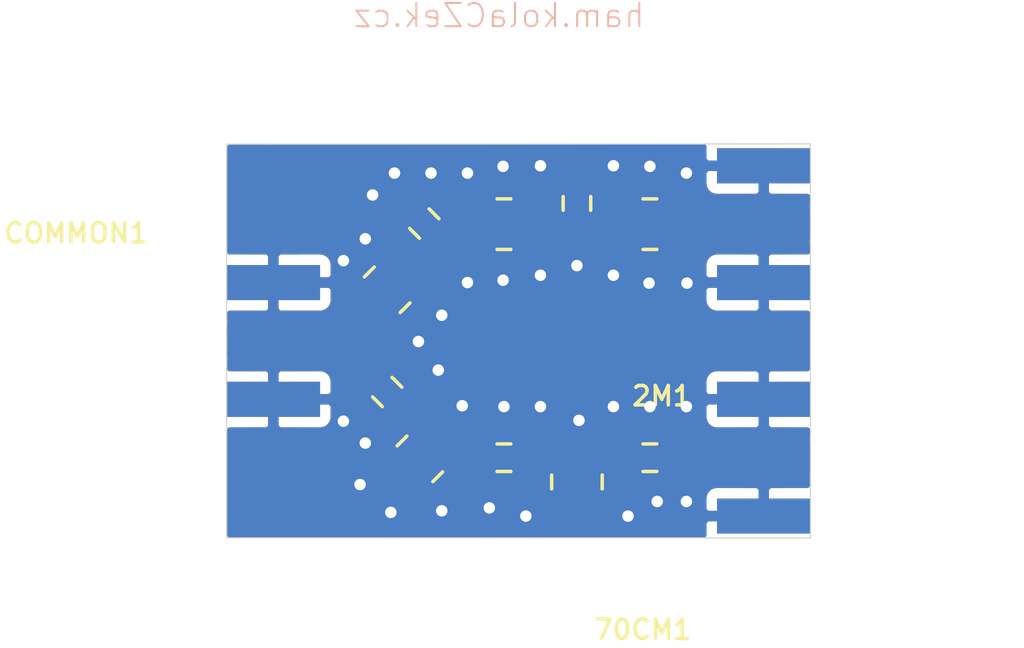
<source format=kicad_pcb>
(kicad_pcb (version 20171130) (host pcbnew 5.1.4+dfsg1-1)

  (general
    (thickness 1.6)
    (drawings 5)
    (tracks 77)
    (zones 0)
    (modules 13)
    (nets 9)
  )

  (page A4)
  (layers
    (0 Top signal)
    (31 Bottom signal)
    (32 B.Adhes user)
    (33 F.Adhes user)
    (34 B.Paste user)
    (35 F.Paste user)
    (36 B.SilkS user)
    (37 F.SilkS user)
    (38 B.Mask user)
    (39 F.Mask user)
    (40 Dwgs.User user)
    (41 Cmts.User user)
    (42 Eco1.User user)
    (43 Eco2.User user)
    (44 Edge.Cuts user)
    (45 Margin user)
    (46 B.CrtYd user)
    (47 F.CrtYd user)
    (48 B.Fab user)
    (49 F.Fab user)
  )

  (setup
    (last_trace_width 0.25)
    (trace_clearance 0.2)
    (zone_clearance 0.508)
    (zone_45_only no)
    (trace_min 0.2)
    (via_size 0.8)
    (via_drill 0.4)
    (via_min_size 0.4)
    (via_min_drill 0.3)
    (uvia_size 0.3)
    (uvia_drill 0.1)
    (uvias_allowed no)
    (uvia_min_size 0.2)
    (uvia_min_drill 0.1)
    (edge_width 0.05)
    (segment_width 0.2)
    (pcb_text_width 0.3)
    (pcb_text_size 1.5 1.5)
    (mod_edge_width 0.12)
    (mod_text_size 1 1)
    (mod_text_width 0.15)
    (pad_size 1.524 1.524)
    (pad_drill 0.762)
    (pad_to_mask_clearance 0.051)
    (solder_mask_min_width 0.25)
    (aux_axis_origin 0 0)
    (visible_elements FFFFFF7F)
    (pcbplotparams
      (layerselection 0x010fc_ffffffff)
      (usegerberextensions false)
      (usegerberattributes false)
      (usegerberadvancedattributes false)
      (creategerberjobfile false)
      (excludeedgelayer true)
      (linewidth 0.100000)
      (plotframeref false)
      (viasonmask false)
      (mode 1)
      (useauxorigin false)
      (hpglpennumber 1)
      (hpglpenspeed 20)
      (hpglpendiameter 15.000000)
      (psnegative false)
      (psa4output false)
      (plotreference true)
      (plotvalue true)
      (plotinvisibletext false)
      (padsonsilk false)
      (subtractmaskfromsilk false)
      (outputformat 1)
      (mirror false)
      (drillshape 1)
      (scaleselection 1)
      (outputdirectory ""))
  )

  (net 0 "")
  (net 1 GND)
  (net 2 "Net-(C8-PadP$2)")
  (net 3 "Net-(C6-PadP$2)")
  (net 4 "Net-(C7-PadP$2)")
  (net 5 "Net-(C8-PadP$1)")
  (net 6 "Net-(C10-PadP$2)")
  (net 7 "Net-(2M1-PadP)")
  (net 8 "Net-(70CM1-PadP)")

  (net_class Default "This is the default net class."
    (clearance 0.2)
    (trace_width 0.25)
    (via_dia 0.8)
    (via_drill 0.4)
    (uvia_dia 0.3)
    (uvia_drill 0.1)
    (add_net GND)
    (add_net "Net-(2M1-PadP)")
    (add_net "Net-(70CM1-PadP)")
    (add_net "Net-(C10-PadP$2)")
    (add_net "Net-(C6-PadP$2)")
    (add_net "Net-(C7-PadP$2)")
    (add_net "Net-(C8-PadP$1)")
    (add_net "Net-(C8-PadP$2)")
  )

  (module 2m_70cm_diplexer:SMA_EDGELAUNCH (layer Top) (tedit 0) (tstamp 5E748852)
    (at 135.8011 105.0036)
    (path /18F8C31C)
    (fp_text reference COMMON1 (at -3.3401 -5.1816) (layer F.SilkS)
      (effects (font (size 0.84455 0.84455) (thickness 0.152019)) (justify right top))
    )
    (fp_text value SMACONNECTOR_EDGE (at 0 0) (layer F.SilkS) hide
      (effects (font (size 0.77216 0.77216) (thickness 0.077216)))
    )
    (fp_poly (pts (xy -1.524 -5.08) (xy 0 -5.08) (xy 0 5.08) (xy -1.524 5.08)) (layer F.Fab) (width 0))
    (fp_poly (pts (xy -1.524 -3.048) (xy 3.81 -3.048) (xy 3.81 -2.032) (xy 0 -2.032)
      (xy 0 2.032) (xy 3.81 2.032) (xy 3.81 3.048) (xy -1.524 3.048)) (layer F.Fab) (width 0))
    (fp_poly (pts (xy 0 0.3175) (xy 3.175 0.3175) (xy 3.175 -0.3175) (xy 0 -0.3175)) (layer F.Fab) (width 0))
    (fp_line (start -4.445 -3.175) (end -3.81 3.175) (layer F.Fab) (width 0.2032))
    (fp_line (start -5.08 -3.175) (end -4.445 3.175) (layer F.Fab) (width 0.2032))
    (fp_line (start -5.715 -3.175) (end -5.08 3.175) (layer F.Fab) (width 0.2032))
    (fp_line (start -6.35 -3.175) (end -5.715 3.175) (layer F.Fab) (width 0.2032))
    (fp_line (start -6.985 -3.175) (end -6.35 3.175) (layer F.Fab) (width 0.2032))
    (fp_line (start -7.62 -3.175) (end -6.985 3.175) (layer F.Fab) (width 0.2032))
    (fp_line (start -8.255 -3.175) (end -7.62 3.175) (layer F.Fab) (width 0.2032))
    (fp_line (start -8.255 -2.54) (end -8.255 2.54) (layer F.Fab) (width 0.2032))
    (fp_line (start -9.2075 2.54) (end -9.2075 -2.54) (layer F.Fab) (width 0.2032))
    (fp_line (start -8.255 2.54) (end -9.2075 2.54) (layer F.Fab) (width 0.2032))
    (fp_line (start -8.255 3.175) (end -8.255 2.54) (layer F.Fab) (width 0.2032))
    (fp_line (start -7.62 3.175) (end -8.255 3.175) (layer F.Fab) (width 0.2032))
    (fp_line (start -6.985 3.175) (end -7.62 3.175) (layer F.Fab) (width 0.2032))
    (fp_line (start -6.35 3.175) (end -6.985 3.175) (layer F.Fab) (width 0.2032))
    (fp_line (start -5.715 3.175) (end -6.35 3.175) (layer F.Fab) (width 0.2032))
    (fp_line (start -5.08 3.175) (end -5.715 3.175) (layer F.Fab) (width 0.2032))
    (fp_line (start -4.445 3.175) (end -5.08 3.175) (layer F.Fab) (width 0.2032))
    (fp_line (start -3.4925 3.175) (end -4.445 3.175) (layer F.Fab) (width 0.2032))
    (fp_line (start -3.4925 2.54) (end -3.4925 3.175) (layer F.Fab) (width 0.2032))
    (fp_line (start -1.5875 2.54) (end -3.4925 2.54) (layer F.Fab) (width 0.2032))
    (fp_line (start -1.5875 -2.54) (end -1.5875 2.54) (layer F.Fab) (width 0.2032))
    (fp_line (start -3.4925 -2.54) (end -1.5875 -2.54) (layer F.Fab) (width 0.2032))
    (fp_line (start -3.4925 -3.175) (end -3.4925 -2.54) (layer F.Fab) (width 0.2032))
    (fp_line (start -4.445 -3.175) (end -3.4925 -3.175) (layer F.Fab) (width 0.2032))
    (fp_line (start -5.08 -3.175) (end -4.445 -3.175) (layer F.Fab) (width 0.2032))
    (fp_line (start -5.715 -3.175) (end -5.08 -3.175) (layer F.Fab) (width 0.2032))
    (fp_line (start -6.35 -3.175) (end -5.715 -3.175) (layer F.Fab) (width 0.2032))
    (fp_line (start -6.985 -3.175) (end -6.35 -3.175) (layer F.Fab) (width 0.2032))
    (fp_line (start -7.62 -3.175) (end -6.985 -3.175) (layer F.Fab) (width 0.2032))
    (fp_line (start -8.255 -3.175) (end -7.62 -3.175) (layer F.Fab) (width 0.2032))
    (fp_line (start -8.255 -2.54) (end -8.255 -3.175) (layer F.Fab) (width 0.2032))
    (fp_line (start -9.2075 -2.54) (end -8.255 -2.54) (layer F.Fab) (width 0.2032))
    (pad GND@4 smd rect (at 2.032 2.54 90) (size 1.524 4.064) (layers Bottom B.Mask)
      (net 1 GND) (solder_mask_margin 0.1016))
    (pad GND@3 smd rect (at 2.032 -2.54 90) (size 1.524 4.064) (layers Bottom B.Mask)
      (net 1 GND) (solder_mask_margin 0.1016))
    (pad P smd rect (at 2.032 0 90) (size 1.27 4.064) (layers Top F.Mask)
      (net 2 "Net-(C8-PadP$2)") (solder_mask_margin 0.1016) (zone_connect 2))
    (pad GND@1 smd rect (at 2.032 2.54 90) (size 1.524 4.064) (layers Top F.Mask)
      (net 1 GND) (solder_mask_margin 0.1016))
    (pad GND@2 smd rect (at 2.032 -2.54 90) (size 1.524 4.064) (layers Top F.Mask)
      (net 1 GND) (solder_mask_margin 0.1016))
  )

  (module 2m_70cm_diplexer:SMA_EDGELAUNCH (layer Top) (tedit 0) (tstamp 5E74887D)
    (at 161.2011 99.9236 180)
    (path /1C800335)
    (fp_text reference 2M1 (at 5.08 -6.985) (layer F.SilkS)
      (effects (font (size 0.84455 0.84455) (thickness 0.152019)) (justify right top))
    )
    (fp_text value SMACONNECTOR_EDGE (at 0 0) (layer F.SilkS) hide
      (effects (font (size 0.77216 0.77216) (thickness 0.077216)))
    )
    (fp_poly (pts (xy -1.524 -5.08) (xy 0 -5.08) (xy 0 5.08) (xy -1.524 5.08)) (layer F.Fab) (width 0))
    (fp_poly (pts (xy -1.524 -3.048) (xy 3.81 -3.048) (xy 3.81 -2.032) (xy 0 -2.032)
      (xy 0 2.032) (xy 3.81 2.032) (xy 3.81 3.048) (xy -1.524 3.048)) (layer F.Fab) (width 0))
    (fp_poly (pts (xy 0 0.3175) (xy 3.175 0.3175) (xy 3.175 -0.3175) (xy 0 -0.3175)) (layer F.Fab) (width 0))
    (fp_line (start -4.445 -3.175) (end -3.81 3.175) (layer F.Fab) (width 0.2032))
    (fp_line (start -5.08 -3.175) (end -4.445 3.175) (layer F.Fab) (width 0.2032))
    (fp_line (start -5.715 -3.175) (end -5.08 3.175) (layer F.Fab) (width 0.2032))
    (fp_line (start -6.35 -3.175) (end -5.715 3.175) (layer F.Fab) (width 0.2032))
    (fp_line (start -6.985 -3.175) (end -6.35 3.175) (layer F.Fab) (width 0.2032))
    (fp_line (start -7.62 -3.175) (end -6.985 3.175) (layer F.Fab) (width 0.2032))
    (fp_line (start -8.255 -3.175) (end -7.62 3.175) (layer F.Fab) (width 0.2032))
    (fp_line (start -8.255 -2.54) (end -8.255 2.54) (layer F.Fab) (width 0.2032))
    (fp_line (start -9.2075 2.54) (end -9.2075 -2.54) (layer F.Fab) (width 0.2032))
    (fp_line (start -8.255 2.54) (end -9.2075 2.54) (layer F.Fab) (width 0.2032))
    (fp_line (start -8.255 3.175) (end -8.255 2.54) (layer F.Fab) (width 0.2032))
    (fp_line (start -7.62 3.175) (end -8.255 3.175) (layer F.Fab) (width 0.2032))
    (fp_line (start -6.985 3.175) (end -7.62 3.175) (layer F.Fab) (width 0.2032))
    (fp_line (start -6.35 3.175) (end -6.985 3.175) (layer F.Fab) (width 0.2032))
    (fp_line (start -5.715 3.175) (end -6.35 3.175) (layer F.Fab) (width 0.2032))
    (fp_line (start -5.08 3.175) (end -5.715 3.175) (layer F.Fab) (width 0.2032))
    (fp_line (start -4.445 3.175) (end -5.08 3.175) (layer F.Fab) (width 0.2032))
    (fp_line (start -3.4925 3.175) (end -4.445 3.175) (layer F.Fab) (width 0.2032))
    (fp_line (start -3.4925 2.54) (end -3.4925 3.175) (layer F.Fab) (width 0.2032))
    (fp_line (start -1.5875 2.54) (end -3.4925 2.54) (layer F.Fab) (width 0.2032))
    (fp_line (start -1.5875 -2.54) (end -1.5875 2.54) (layer F.Fab) (width 0.2032))
    (fp_line (start -3.4925 -2.54) (end -1.5875 -2.54) (layer F.Fab) (width 0.2032))
    (fp_line (start -3.4925 -3.175) (end -3.4925 -2.54) (layer F.Fab) (width 0.2032))
    (fp_line (start -4.445 -3.175) (end -3.4925 -3.175) (layer F.Fab) (width 0.2032))
    (fp_line (start -5.08 -3.175) (end -4.445 -3.175) (layer F.Fab) (width 0.2032))
    (fp_line (start -5.715 -3.175) (end -5.08 -3.175) (layer F.Fab) (width 0.2032))
    (fp_line (start -6.35 -3.175) (end -5.715 -3.175) (layer F.Fab) (width 0.2032))
    (fp_line (start -6.985 -3.175) (end -6.35 -3.175) (layer F.Fab) (width 0.2032))
    (fp_line (start -7.62 -3.175) (end -6.985 -3.175) (layer F.Fab) (width 0.2032))
    (fp_line (start -8.255 -3.175) (end -7.62 -3.175) (layer F.Fab) (width 0.2032))
    (fp_line (start -8.255 -2.54) (end -8.255 -3.175) (layer F.Fab) (width 0.2032))
    (fp_line (start -9.2075 -2.54) (end -8.255 -2.54) (layer F.Fab) (width 0.2032))
    (pad GND@4 smd rect (at 2.032 2.54 270) (size 1.524 4.064) (layers Bottom B.Mask)
      (net 1 GND) (solder_mask_margin 0.1016))
    (pad GND@3 smd rect (at 2.032 -2.54 270) (size 1.524 4.064) (layers Bottom B.Mask)
      (net 1 GND) (solder_mask_margin 0.1016))
    (pad P smd rect (at 2.032 0 270) (size 1.27 4.064) (layers Top F.Mask)
      (net 7 "Net-(2M1-PadP)") (solder_mask_margin 0.1016) (zone_connect 2))
    (pad GND@1 smd rect (at 2.032 2.54 270) (size 1.524 4.064) (layers Top F.Mask)
      (net 1 GND) (solder_mask_margin 0.1016))
    (pad GND@2 smd rect (at 2.032 -2.54 270) (size 1.524 4.064) (layers Top F.Mask)
      (net 1 GND) (solder_mask_margin 0.1016))
  )

  (module 2m_70cm_diplexer:SMA_EDGELAUNCH (layer Top) (tedit 0) (tstamp 5E7488A8)
    (at 161.2011 110.0836 180)
    (path /13D9BB3F)
    (fp_text reference 70CM1 (at 5.08 -6.985) (layer F.SilkS)
      (effects (font (size 0.84455 0.84455) (thickness 0.152019)) (justify right top))
    )
    (fp_text value SMACONNECTOR_EDGE (at 0 0) (layer F.SilkS) hide
      (effects (font (size 0.77216 0.77216) (thickness 0.077216)))
    )
    (fp_poly (pts (xy -1.524 -5.08) (xy 0 -5.08) (xy 0 5.08) (xy -1.524 5.08)) (layer F.Fab) (width 0))
    (fp_poly (pts (xy -1.524 -3.048) (xy 3.81 -3.048) (xy 3.81 -2.032) (xy 0 -2.032)
      (xy 0 2.032) (xy 3.81 2.032) (xy 3.81 3.048) (xy -1.524 3.048)) (layer F.Fab) (width 0))
    (fp_poly (pts (xy 0 0.3175) (xy 3.175 0.3175) (xy 3.175 -0.3175) (xy 0 -0.3175)) (layer F.Fab) (width 0))
    (fp_line (start -4.445 -3.175) (end -3.81 3.175) (layer F.Fab) (width 0.2032))
    (fp_line (start -5.08 -3.175) (end -4.445 3.175) (layer F.Fab) (width 0.2032))
    (fp_line (start -5.715 -3.175) (end -5.08 3.175) (layer F.Fab) (width 0.2032))
    (fp_line (start -6.35 -3.175) (end -5.715 3.175) (layer F.Fab) (width 0.2032))
    (fp_line (start -6.985 -3.175) (end -6.35 3.175) (layer F.Fab) (width 0.2032))
    (fp_line (start -7.62 -3.175) (end -6.985 3.175) (layer F.Fab) (width 0.2032))
    (fp_line (start -8.255 -3.175) (end -7.62 3.175) (layer F.Fab) (width 0.2032))
    (fp_line (start -8.255 -2.54) (end -8.255 2.54) (layer F.Fab) (width 0.2032))
    (fp_line (start -9.2075 2.54) (end -9.2075 -2.54) (layer F.Fab) (width 0.2032))
    (fp_line (start -8.255 2.54) (end -9.2075 2.54) (layer F.Fab) (width 0.2032))
    (fp_line (start -8.255 3.175) (end -8.255 2.54) (layer F.Fab) (width 0.2032))
    (fp_line (start -7.62 3.175) (end -8.255 3.175) (layer F.Fab) (width 0.2032))
    (fp_line (start -6.985 3.175) (end -7.62 3.175) (layer F.Fab) (width 0.2032))
    (fp_line (start -6.35 3.175) (end -6.985 3.175) (layer F.Fab) (width 0.2032))
    (fp_line (start -5.715 3.175) (end -6.35 3.175) (layer F.Fab) (width 0.2032))
    (fp_line (start -5.08 3.175) (end -5.715 3.175) (layer F.Fab) (width 0.2032))
    (fp_line (start -4.445 3.175) (end -5.08 3.175) (layer F.Fab) (width 0.2032))
    (fp_line (start -3.4925 3.175) (end -4.445 3.175) (layer F.Fab) (width 0.2032))
    (fp_line (start -3.4925 2.54) (end -3.4925 3.175) (layer F.Fab) (width 0.2032))
    (fp_line (start -1.5875 2.54) (end -3.4925 2.54) (layer F.Fab) (width 0.2032))
    (fp_line (start -1.5875 -2.54) (end -1.5875 2.54) (layer F.Fab) (width 0.2032))
    (fp_line (start -3.4925 -2.54) (end -1.5875 -2.54) (layer F.Fab) (width 0.2032))
    (fp_line (start -3.4925 -3.175) (end -3.4925 -2.54) (layer F.Fab) (width 0.2032))
    (fp_line (start -4.445 -3.175) (end -3.4925 -3.175) (layer F.Fab) (width 0.2032))
    (fp_line (start -5.08 -3.175) (end -4.445 -3.175) (layer F.Fab) (width 0.2032))
    (fp_line (start -5.715 -3.175) (end -5.08 -3.175) (layer F.Fab) (width 0.2032))
    (fp_line (start -6.35 -3.175) (end -5.715 -3.175) (layer F.Fab) (width 0.2032))
    (fp_line (start -6.985 -3.175) (end -6.35 -3.175) (layer F.Fab) (width 0.2032))
    (fp_line (start -7.62 -3.175) (end -6.985 -3.175) (layer F.Fab) (width 0.2032))
    (fp_line (start -8.255 -3.175) (end -7.62 -3.175) (layer F.Fab) (width 0.2032))
    (fp_line (start -8.255 -2.54) (end -8.255 -3.175) (layer F.Fab) (width 0.2032))
    (fp_line (start -9.2075 -2.54) (end -8.255 -2.54) (layer F.Fab) (width 0.2032))
    (pad GND@4 smd rect (at 2.032 2.54 270) (size 1.524 4.064) (layers Bottom B.Mask)
      (net 1 GND) (solder_mask_margin 0.1016))
    (pad GND@3 smd rect (at 2.032 -2.54 270) (size 1.524 4.064) (layers Bottom B.Mask)
      (net 1 GND) (solder_mask_margin 0.1016))
    (pad P smd rect (at 2.032 0 270) (size 1.27 4.064) (layers Top F.Mask)
      (net 8 "Net-(70CM1-PadP)") (solder_mask_margin 0.1016) (zone_connect 2))
    (pad GND@1 smd rect (at 2.032 2.54 270) (size 1.524 4.064) (layers Top F.Mask)
      (net 1 GND) (solder_mask_margin 0.1016))
    (pad GND@2 smd rect (at 2.032 -2.54 270) (size 1.524 4.064) (layers Top F.Mask)
      (net 1 GND) (solder_mask_margin 0.1016))
  )

  (module 2m_70cm_diplexer:1008INDUCTOR (layer Top) (tedit 0) (tstamp 5E7488D3)
    (at 142.7861 102.7811 45)
    (path /E1B946B8)
    (fp_text reference L1 (at -1.27 -1.27 45) (layer F.SilkS) hide
      (effects (font (size 0.38608 0.38608) (thickness 0.032512)) (justify left bottom))
    )
    (fp_text value 56nH (at -1.27 1.74625 45) (layer F.Fab) hide
      (effects (font (size 0.38608 0.38608) (thickness 0.032512)) (justify left bottom))
    )
    (fp_line (start 0.3 1.1) (end -0.3 1.1) (layer F.SilkS) (width 0.1524))
    (fp_line (start -0.3 -1.1) (end 0.3 -1.1) (layer F.SilkS) (width 0.1524))
    (pad P$2 smd rect (at 1.05 0 135) (size 2.2 0.9) (layers Top F.Paste F.Mask)
      (net 3 "Net-(C6-PadP$2)") (solder_mask_margin 0.1016))
    (pad P$1 smd rect (at -1.05 0 135) (size 2.2 0.9) (layers Top F.Paste F.Mask)
      (net 2 "Net-(C8-PadP$2)") (solder_mask_margin 0.1016))
  )

  (module 2m_70cm_diplexer:1008INDUCTOR (layer Top) (tedit 0) (tstamp 5E7488DA)
    (at 147.8661 99.9236)
    (path /C87B75CD)
    (fp_text reference L2 (at -1.27 -1.27) (layer F.SilkS) hide
      (effects (font (size 0.38608 0.38608) (thickness 0.032512)) (justify left bottom))
    )
    (fp_text value 100nH (at -1.27 1.74625) (layer F.Fab) hide
      (effects (font (size 0.38608 0.38608) (thickness 0.032512)) (justify left bottom))
    )
    (fp_line (start 0.3 1.1) (end -0.3 1.1) (layer F.SilkS) (width 0.1524))
    (fp_line (start -0.3 -1.1) (end 0.3 -1.1) (layer F.SilkS) (width 0.1524))
    (pad P$2 smd rect (at 1.05 0 90) (size 2.2 0.9) (layers Top F.Paste F.Mask)
      (net 4 "Net-(C7-PadP$2)") (solder_mask_margin 0.1016))
    (pad P$1 smd rect (at -1.05 0 90) (size 2.2 0.9) (layers Top F.Paste F.Mask)
      (net 3 "Net-(C6-PadP$2)") (solder_mask_margin 0.1016))
  )

  (module 2m_70cm_diplexer:1008INDUCTOR (layer Top) (tedit 0) (tstamp 5E7488E1)
    (at 154.2161 99.9236)
    (path /BB752A4D)
    (fp_text reference L3 (at -1.27 -1.27) (layer F.SilkS) hide
      (effects (font (size 0.38608 0.38608) (thickness 0.032512)) (justify left bottom))
    )
    (fp_text value 56nH (at -1.27 1.74625) (layer F.Fab) hide
      (effects (font (size 0.38608 0.38608) (thickness 0.032512)) (justify left bottom))
    )
    (fp_line (start 0.3 1.1) (end -0.3 1.1) (layer F.SilkS) (width 0.1524))
    (fp_line (start -0.3 -1.1) (end 0.3 -1.1) (layer F.SilkS) (width 0.1524))
    (pad P$2 smd rect (at 1.05 0 90) (size 2.2 0.9) (layers Top F.Paste F.Mask)
      (net 7 "Net-(2M1-PadP)") (solder_mask_margin 0.1016))
    (pad P$1 smd rect (at -1.05 0 90) (size 2.2 0.9) (layers Top F.Paste F.Mask)
      (net 4 "Net-(C7-PadP$2)") (solder_mask_margin 0.1016))
  )

  (module 2m_70cm_diplexer:1008INDUCTOR (layer Top) (tedit 0) (tstamp 5E7488E8)
    (at 144.2085 110.1344 45)
    (path /96A16B73)
    (fp_text reference L4 (at -1.27 -1.27 45) (layer F.SilkS) hide
      (effects (font (size 0.38608 0.38608) (thickness 0.032512)) (justify left bottom))
    )
    (fp_text value 15nH (at -1.27 1.74625 45) (layer F.Fab) hide
      (effects (font (size 0.38608 0.38608) (thickness 0.032512)) (justify left bottom))
    )
    (fp_line (start 0.3 1.1) (end -0.3 1.1) (layer F.SilkS) (width 0.1524))
    (fp_line (start -0.3 -1.1) (end 0.3 -1.1) (layer F.SilkS) (width 0.1524))
    (pad P$2 smd rect (at 1.05 0 135) (size 2.2 0.9) (layers Top F.Paste F.Mask)
      (net 5 "Net-(C8-PadP$1)") (solder_mask_margin 0.1016))
    (pad P$1 smd rect (at -1.05 0 135) (size 2.2 0.9) (layers Top F.Paste F.Mask)
      (net 1 GND) (solder_mask_margin 0.1016))
  )

  (module 2m_70cm_diplexer:1008INDUCTOR (layer Top) (tedit 0) (tstamp 5E7488EF)
    (at 151.0411 111.1377 90)
    (path /63F31349)
    (fp_text reference L5 (at -1.27 -1.27 90) (layer F.SilkS) hide
      (effects (font (size 0.38608 0.38608) (thickness 0.032512)) (justify left bottom))
    )
    (fp_text value 15nH (at -1.27 1.74625 90) (layer F.Fab) hide
      (effects (font (size 0.38608 0.38608) (thickness 0.032512)) (justify left bottom))
    )
    (fp_line (start 0.3 1.1) (end -0.3 1.1) (layer F.SilkS) (width 0.1524))
    (fp_line (start -0.3 -1.1) (end 0.3 -1.1) (layer F.SilkS) (width 0.1524))
    (pad P$2 smd rect (at 1.05 0 180) (size 2.2 0.9) (layers Top F.Paste F.Mask)
      (net 6 "Net-(C10-PadP$2)") (solder_mask_margin 0.1016))
    (pad P$1 smd rect (at -1.05 0 180) (size 2.2 0.9) (layers Top F.Paste F.Mask)
      (net 1 GND) (solder_mask_margin 0.1016))
  )

  (module 2m_70cm_diplexer:0805 (layer Top) (tedit 0) (tstamp 5E7488F6)
    (at 144.399 99.8982 315)
    (path /6BA15314)
    (fp_text reference C6 (at -0.9525 -0.9525 315) (layer F.SilkS) hide
      (effects (font (size 0.38608 0.38608) (thickness 0.032512)) (justify left bottom))
    )
    (fp_text value 22pF (at -0.9525 1.27 315) (layer F.Fab) hide
      (effects (font (size 0.38608 0.38608) (thickness 0.032512)) (justify left bottom))
    )
    (fp_line (start -0.3 0.6) (end 0.3 0.6) (layer F.SilkS) (width 0.1524))
    (fp_line (start -0.3 -0.6) (end 0.3 -0.6) (layer F.SilkS) (width 0.1524))
    (pad P$2 smd rect (at 0.9 0 315) (size 0.8 1.2) (layers Top F.Paste F.Mask)
      (net 3 "Net-(C6-PadP$2)") (solder_mask_margin 0.1016))
    (pad P$1 smd rect (at -0.9 0 315) (size 0.8 1.2) (layers Top F.Paste F.Mask)
      (net 1 GND) (solder_mask_margin 0.1016))
  )

  (module 2m_70cm_diplexer:0805 (layer Top) (tedit 0) (tstamp 5E7488FD)
    (at 151.0411 99.0219 270)
    (path /2C2545C3)
    (fp_text reference C7 (at -0.9525 -0.9525 270) (layer F.SilkS) hide
      (effects (font (size 0.38608 0.38608) (thickness 0.032512)) (justify right top))
    )
    (fp_text value 22pF (at -0.9525 1.27 270) (layer F.Fab) hide
      (effects (font (size 0.38608 0.38608) (thickness 0.032512)) (justify right top))
    )
    (fp_line (start -0.3 0.6) (end 0.3 0.6) (layer F.SilkS) (width 0.1524))
    (fp_line (start -0.3 -0.6) (end 0.3 -0.6) (layer F.SilkS) (width 0.1524))
    (pad P$2 smd rect (at 0.9 0 270) (size 0.8 1.2) (layers Top F.Paste F.Mask)
      (net 4 "Net-(C7-PadP$2)") (solder_mask_margin 0.1016))
    (pad P$1 smd rect (at -0.9 0 270) (size 0.8 1.2) (layers Top F.Paste F.Mask)
      (net 1 GND) (solder_mask_margin 0.1016))
  )

  (module 2m_70cm_diplexer:0805 (layer Top) (tedit 0) (tstamp 5E748904)
    (at 142.7861 107.2261 135)
    (path /A894C7A0)
    (fp_text reference C8 (at -0.9525 -0.9525 135) (layer F.SilkS) hide
      (effects (font (size 0.38608 0.38608) (thickness 0.032512)) (justify left bottom))
    )
    (fp_text value 8.2pF (at -0.9525 1.27 135) (layer F.Fab) hide
      (effects (font (size 0.38608 0.38608) (thickness 0.032512)) (justify left bottom))
    )
    (fp_line (start -0.3 0.6) (end 0.3 0.6) (layer F.SilkS) (width 0.1524))
    (fp_line (start -0.3 -0.6) (end 0.3 -0.6) (layer F.SilkS) (width 0.1524))
    (pad P$2 smd rect (at 0.9 0 135) (size 0.8 1.2) (layers Top F.Paste F.Mask)
      (net 2 "Net-(C8-PadP$2)") (solder_mask_margin 0.1016))
    (pad P$1 smd rect (at -0.9 0 135) (size 0.8 1.2) (layers Top F.Paste F.Mask)
      (net 5 "Net-(C8-PadP$1)") (solder_mask_margin 0.1016))
  )

  (module 2m_70cm_diplexer:0805 (layer Top) (tedit 0) (tstamp 5E74890B)
    (at 147.8661 110.0836 180)
    (path /A9B1E90A)
    (fp_text reference C9 (at -0.9525 -0.9525 180) (layer F.SilkS) hide
      (effects (font (size 0.38608 0.38608) (thickness 0.032512)) (justify right top))
    )
    (fp_text value 5.6pF (at -0.9525 1.27 180) (layer F.Fab) hide
      (effects (font (size 0.38608 0.38608) (thickness 0.032512)) (justify right top))
    )
    (fp_line (start -0.3 0.6) (end 0.3 0.6) (layer F.SilkS) (width 0.1524))
    (fp_line (start -0.3 -0.6) (end 0.3 -0.6) (layer F.SilkS) (width 0.1524))
    (pad P$2 smd rect (at 0.9 0 180) (size 0.8 1.2) (layers Top F.Paste F.Mask)
      (net 5 "Net-(C8-PadP$1)") (solder_mask_margin 0.1016))
    (pad P$1 smd rect (at -0.9 0 180) (size 0.8 1.2) (layers Top F.Paste F.Mask)
      (net 6 "Net-(C10-PadP$2)") (solder_mask_margin 0.1016))
  )

  (module 2m_70cm_diplexer:0805 (layer Top) (tedit 0) (tstamp 5E748912)
    (at 154.2161 110.0836 180)
    (path /7510117B)
    (fp_text reference C10 (at -0.9525 -0.9525 180) (layer F.SilkS) hide
      (effects (font (size 0.38608 0.38608) (thickness 0.032512)) (justify right top))
    )
    (fp_text value 8.2pF (at -0.9525 1.27 180) (layer F.Fab) hide
      (effects (font (size 0.38608 0.38608) (thickness 0.032512)) (justify right top))
    )
    (fp_line (start -0.3 0.6) (end 0.3 0.6) (layer F.SilkS) (width 0.1524))
    (fp_line (start -0.3 -0.6) (end 0.3 -0.6) (layer F.SilkS) (width 0.1524))
    (pad P$2 smd rect (at 0.9 0 180) (size 0.8 1.2) (layers Top F.Paste F.Mask)
      (net 6 "Net-(C10-PadP$2)") (solder_mask_margin 0.1016))
    (pad P$1 smd rect (at -0.9 0 180) (size 0.8 1.2) (layers Top F.Paste F.Mask)
      (net 8 "Net-(70CM1-PadP)") (solder_mask_margin 0.1016))
  )

  (gr_line (start 135.8011 113.5761) (end 161.2011 113.5761) (layer Edge.Cuts) (width 0.05) (tstamp 7F2D220))
  (gr_line (start 161.2011 113.5761) (end 161.2011 96.4311) (layer Edge.Cuts) (width 0.05) (tstamp 7F2D670))
  (gr_line (start 161.2011 96.4311) (end 135.8011 96.4411) (layer Edge.Cuts) (width 0.05) (tstamp 7F2DAE0))
  (gr_line (start 135.8011 96.4411) (end 135.8011 113.5761) (layer Edge.Cuts) (width 0.05) (tstamp 7F2DF60))
  (gr_text ham.kolaCZek.cz (at 154.051 91.44) (layer B.SilkS) (tstamp 7F2E4A0)
    (effects (font (size 1.01346 1.01346) (thickness 0.085344)) (justify left bottom mirror))
  )

  (segment (start 159.1691 99.9236) (end 157.1371 99.9236) (width 1.27) (layer Top) (net 7) (tstamp 7F61000))
  (segment (start 155.4861 99.9236) (end 155.8036 99.9236) (width 1.016) (layer Top) (net 7) (tstamp 7F61540))
  (segment (start 155.8036 99.9236) (end 157.1371 99.9236) (width 1.016) (layer Top) (net 7) (tstamp 7F61A20))
  (segment (start 155.2661 99.9236) (end 155.8036 99.9236) (width 0.254) (layer Top) (net 7) (tstamp 7F620E0))
  (segment (start 148.9161 99.9236) (end 149.1361 99.9236) (width 0.254) (layer Top) (net 4) (tstamp 7F62DD0))
  (segment (start 149.1361 99.9236) (end 151.0394 99.9236) (width 1.016) (layer Top) (net 4) (tstamp 7F63310))
  (segment (start 151.0394 99.9236) (end 151.0411 99.9219) (width 1.016) (layer Top) (net 4) (tstamp 7F637F0))
  (segment (start 153.1661 99.9236) (end 152.9461 99.9236) (width 0.254) (layer Top) (net 4) (tstamp 7F63CC0))
  (segment (start 152.9461 99.9236) (end 151.0428 99.9236) (width 1.016) (layer Top) (net 4) (tstamp 7F641A0))
  (segment (start 151.0428 99.9236) (end 151.0411 99.9219) (width 1.016) (layer Top) (net 4) (tstamp 7F64680))
  (segment (start 143.528559 102.038641) (end 143.7386 101.8286) (width 0.254) (layer Top) (net 3) (tstamp 7F65330))
  (segment (start 143.7386 101.8286) (end 143.74139 101.8286) (width 1.016) (layer Top) (net 3) (tstamp 7F65890))
  (segment (start 143.74139 101.8286) (end 145.035393 100.534597) (width 1.016) (layer Top) (net 3) (tstamp 7F65D80))
  (segment (start 146.8161 99.9236) (end 146.5961 99.9236) (width 0.254) (layer Top) (net 3) (tstamp 7F66290))
  (segment (start 146.5961 99.9236) (end 145.64639 99.9236) (width 1.016) (layer Top) (net 3) (tstamp 7F66770))
  (segment (start 145.64639 99.9236) (end 145.035393 100.534597) (width 1.016) (layer Top) (net 3) (tstamp 7F66C60))
  (segment (start 143.422493 107.862497) (end 143.7386 108.1786) (width 0.254) (layer Top) (net 5) (tstamp 7F67950))
  (segment (start 143.7386 108.1786) (end 144.950959 109.391941) (width 1.016) (layer Top) (net 5) (tstamp 7F67EB0))
  (segment (start 146.9661 110.0836) (end 146.5961 110.0836) (width 0.254) (layer Top) (net 5) (tstamp 7F683B0))
  (segment (start 146.5961 110.0836) (end 145.642618 110.0836) (width 1.016) (layer Top) (net 5) (tstamp 7F68890))
  (segment (start 145.642618 110.0836) (end 144.950959 109.391941) (width 1.016) (layer Top) (net 5) (tstamp 7F68D80))
  (segment (start 153.3161 110.0836) (end 152.9461 110.0836) (width 0.254) (layer Top) (net 6) (tstamp 7F69A70))
  (segment (start 152.9461 110.0836) (end 151.0411 110.0836) (width 1.016) (layer Top) (net 6) (tstamp 7F69FB0))
  (segment (start 148.7661 110.0836) (end 149.1361 110.0836) (width 0.254) (layer Top) (net 6) (tstamp 7F6A480))
  (segment (start 149.1361 110.0836) (end 151.0411 110.0836) (width 1.016) (layer Top) (net 6) (tstamp 7F6A960))
  (segment (start 151.0411 110.0836) (end 151.0411 110.0877) (width 1.016) (layer Top) (net 6) (tstamp 7F6AE30))
  (segment (start 159.1691 110.0836) (end 157.1371 110.0836) (width 1.27) (layer Top) (net 8) (tstamp 7F6B700))
  (segment (start 155.4861 110.0836) (end 157.1371 110.0836) (width 1.016) (layer Top) (net 8) (tstamp 7F6BC10))
  (segment (start 155.1161 110.0836) (end 155.4861 110.0836) (width 0.254) (layer Top) (net 8) (tstamp 7F6C2D0))
  (via (at 144.145 105.029) (size 0.9064) (drill 0.5) (layers Top Bottom) (net 1) (tstamp 7F6F8F0))
  (via (at 141.8336 100.5586) (size 0.9064) (drill 0.5) (layers Top Bottom) (net 1) (tstamp 7F6FD90))
  (via (at 140.8811 101.5111) (size 0.9064) (drill 0.5) (layers Top Bottom) (net 1) (tstamp 7F701D0))
  (via (at 140.8811 108.4961) (size 0.9064) (drill 0.5) (layers Top Bottom) (net 1) (tstamp 7F70600))
  (via (at 141.8336 109.4486) (size 0.9064) (drill 0.5) (layers Top Bottom) (net 1) (tstamp 7F70A20))
  (via (at 145.0086 106.2736) (size 0.9064) (drill 0.5) (layers Top Bottom) (net 1) (tstamp 7F70E60))
  (via (at 146.05 107.823) (size 0.9064) (drill 0.5) (layers Top Bottom) (net 1) (tstamp 7F712A0))
  (via (at 147.8661 107.8611) (size 0.9064) (drill 0.5) (layers Top Bottom) (net 1) (tstamp 7F716E0))
  (via (at 149.4536 107.8611) (size 0.9064) (drill 0.5) (layers Top Bottom) (net 1) (tstamp 7F71B10))
  (via (at 151.13 108.458) (size 0.9064) (drill 0.5) (layers Top Bottom) (net 1) (tstamp 7F71F40))
  (via (at 152.6286 107.8611) (size 0.9064) (drill 0.5) (layers Top Bottom) (net 1) (tstamp 7F72360))
  (via (at 154.2161 107.8611) (size 0.9064) (drill 0.5) (layers Top Bottom) (net 1) (tstamp 7F72790))
  (via (at 155.8036 107.8611) (size 0.9064) (drill 0.5) (layers Top Bottom) (net 1) (tstamp 7F72BC0))
  (via (at 145.161 103.886) (size 0.9064) (drill 0.5) (layers Top Bottom) (net 1) (tstamp 7F72FF0))
  (via (at 146.2786 102.4636) (size 0.9064) (drill 0.5) (layers Top Bottom) (net 1) (tstamp 7F73430))
  (via (at 147.828 102.362) (size 0.9064) (drill 0.5) (layers Top Bottom) (net 1) (tstamp 7F73870))
  (via (at 149.4536 102.1461) (size 0.9064) (drill 0.5) (layers Top Bottom) (net 1) (tstamp 7F73CA0))
  (via (at 151.0411 101.727) (size 0.9064) (drill 0.5) (layers Top Bottom) (net 1) (tstamp 7F740D0))
  (via (at 152.6286 102.1461) (size 0.9064) (drill 0.5) (layers Top Bottom) (net 1) (tstamp 7F744F0))
  (via (at 154.178 102.489) (size 0.9064) (drill 0.5) (layers Top Bottom) (net 1) (tstamp 7F74920))
  (via (at 155.829 102.489) (size 0.9064) (drill 0.5) (layers Top Bottom) (net 1) (tstamp 7F74D50))
  (via (at 142.1511 98.6536) (size 0.9064) (drill 0.5) (layers Top Bottom) (net 1) (tstamp 7F75180))
  (via (at 143.1036 97.7011) (size 0.9064) (drill 0.5) (layers Top Bottom) (net 1) (tstamp 7F755B0))
  (via (at 144.6911 97.7011) (size 0.9064) (drill 0.5) (layers Top Bottom) (net 1) (tstamp 7F759F0))
  (via (at 146.2786 97.7011) (size 0.9064) (drill 0.5) (layers Top Bottom) (net 1) (tstamp 7F75E20))
  (via (at 147.828 97.409) (size 0.9064) (drill 0.5) (layers Top Bottom) (net 1) (tstamp 7F76260))
  (via (at 149.4536 97.3836) (size 0.9064) (drill 0.5) (layers Top Bottom) (net 1) (tstamp 7F766A0))
  (via (at 152.6286 97.3836) (size 0.9064) (drill 0.5) (layers Top Bottom) (net 1) (tstamp 7F76AE0))
  (via (at 154.2161 97.409) (size 0.9064) (drill 0.5) (layers Top Bottom) (net 1) (tstamp 7F76F20))
  (via (at 155.8036 97.7011) (size 0.9064) (drill 0.5) (layers Top Bottom) (net 1) (tstamp 7F77360))
  (via (at 141.605 111.252) (size 0.9064) (drill 0.5) (layers Top Bottom) (net 1) (tstamp 7F777A0))
  (via (at 142.94485 112.46485) (size 0.9064) (drill 0.5) (layers Top Bottom) (net 1) (tstamp 7F77BE0))
  (via (at 145.161 112.395) (size 0.9064) (drill 0.5) (layers Top Bottom) (net 1) (tstamp 7F78020))
  (via (at 147.2311 112.268) (size 0.9064) (drill 0.5) (layers Top Bottom) (net 1) (tstamp 7F78450))
  (via (at 148.8186 112.6236) (size 0.9064) (drill 0.5) (layers Top Bottom) (net 1) (tstamp 7F78880))
  (via (at 153.2636 112.6236) (size 0.9064) (drill 0.5) (layers Top Bottom) (net 1) (tstamp 7F78CC0))
  (via (at 155.8036 111.9886) (size 0.9064) (drill 0.5) (layers Top Bottom) (net 1) (tstamp 7F79100))
  (via (at 154.5336 111.9886) (size 0.9064) (drill 0.5) (layers Top Bottom) (net 1) (tstamp 7F79540))
  (segment (start 137.8331 105.0036) (end 139.7635 105.0036) (width 1.27) (layer Top) (net 2) (tstamp 7F7A630))
  (segment (start 139.7635 105.0036) (end 140.5636 105.0036) (width 1.016) (layer Top) (net 2) (tstamp 7F7AB30))
  (segment (start 140.5636 105.0036) (end 140.5636 105.003604) (width 1.016) (layer Top) (net 2) (tstamp 7F7B010))
  (segment (start 141.8336 103.7336) (end 141.67485 103.89235) (width 1.016) (layer Top) (net 2) (tstamp 7F7B500))
  (segment (start 141.67485 103.89235) (end 140.5636 105.0036) (width 1.016) (layer Top) (net 2) (tstamp 7F7B9E0))
  (segment (start 141.8336 106.273604) (end 141.8336 106.2736) (width 0.254) (layer Top) (net 2) (tstamp 7F7BEC0))
  (segment (start 141.8336 106.2736) (end 140.5636 105.0036) (width 1.016) (layer Top) (net 2) (tstamp 7F7C3B0))
  (segment (start 141.67485 103.523563) (end 141.67485 103.89235) (width 0.254) (layer Top) (net 2) (tstamp 7F7C890))
  (segment (start 142.149703 106.589707) (end 141.8336 106.2736) (width 0.254) (layer Top) (net 2) (tstamp 7F7D140))
  (segment (start 142.043637 103.523563) (end 141.67485 103.89235) (width 0.254) (layer Top) (net 2) (tstamp 7F7D6A0))

  (zone (net 1) (net_name GND) (layer Top) (tstamp 7F6E4A0) (hatch edge 0.508)
    (priority 6)
    (connect_pads (clearance 0.000001))
    (min_thickness 0.2032)
    (fill yes (arc_segments 32) (thermal_gap 0.4564) (thermal_bridge_width 0.4564))
    (polygon
      (pts
        (xy 161.4043 113.7793) (xy 135.5979 113.7793) (xy 135.5979 96.2279) (xy 161.4043 96.2279)
      )
    )
    (filled_polygon
      (pts
        (xy 141.140133 106.72508) (xy 141.139538 106.731125) (xy 141.145361 106.790249) (xy 141.162607 106.847101) (xy 141.190613 106.899496)
        (xy 141.228302 106.94542) (xy 141.599449 107.316567) (xy 141.444258 107.471758) (xy 141.431623 107.487154) (xy 141.422234 107.504719)
        (xy 141.416452 107.523779) (xy 141.4145 107.5436) (xy 141.416452 107.563421) (xy 141.422234 107.582481) (xy 141.431623 107.600046)
        (xy 141.444258 107.615442) (xy 142.714258 108.885442) (xy 142.729654 108.898077) (xy 142.747219 108.907466) (xy 142.766279 108.913248)
        (xy 142.7861 108.9152) (xy 142.805921 108.913248) (xy 142.824981 108.907466) (xy 142.842546 108.898077) (xy 142.857942 108.885442)
        (xy 143.013133 108.730251) (xy 143.06678 108.783898) (xy 143.112704 108.821587) (xy 143.165099 108.849593) (xy 143.221951 108.866839)
        (xy 143.281075 108.872662) (xy 143.287031 108.872075) (xy 144.350267 109.936173) (xy 144.350365 109.936293) (xy 144.376819 109.962747)
        (xy 144.406363 109.992315) (xy 144.406497 109.992425) (xy 145.042023 110.627952) (xy 145.067375 110.658843) (xy 145.190652 110.760015)
        (xy 145.331299 110.835192) (xy 145.384457 110.851317) (xy 145.483908 110.881486) (xy 145.565083 110.88948) (xy 145.602849 110.8932)
        (xy 145.602854 110.8932) (xy 145.642618 110.897116) (xy 145.682382 110.8932) (xy 146.347952 110.8932) (xy 146.351805 110.897895)
        (xy 146.397729 110.935584) (xy 146.450124 110.96359) (xy 146.506976 110.980836) (xy 146.5661 110.986659) (xy 147.1295 110.986659)
        (xy 147.1295 111.1885) (xy 147.131452 111.208321) (xy 147.137234 111.227381) (xy 147.146623 111.244946) (xy 147.159258 111.260342)
        (xy 147.174654 111.272977) (xy 147.192219 111.282366) (xy 147.211279 111.288148) (xy 147.2311 111.2901) (xy 148.5011 111.2901)
        (xy 148.520921 111.288148) (xy 148.539981 111.282366) (xy 148.557546 111.272977) (xy 148.572942 111.260342) (xy 148.585577 111.244946)
        (xy 148.594966 111.227381) (xy 148.600748 111.208321) (xy 148.6027 111.1885) (xy 148.6027 110.986659) (xy 149.1661 110.986659)
        (xy 149.225224 110.980836) (xy 149.282076 110.96359) (xy 149.334471 110.935584) (xy 149.380395 110.897895) (xy 149.384248 110.8932)
        (xy 150.959705 110.8932) (xy 151.0411 110.901217) (xy 151.122495 110.8932) (xy 152.697952 110.8932) (xy 152.701805 110.897895)
        (xy 152.747729 110.935584) (xy 152.800124 110.96359) (xy 152.856976 110.980836) (xy 152.9161 110.986659) (xy 153.4795 110.986659)
        (xy 153.4795 111.1885) (xy 153.481452 111.208321) (xy 153.487234 111.227381) (xy 153.496623 111.244946) (xy 153.509258 111.260342)
        (xy 153.524654 111.272977) (xy 153.542219 111.282366) (xy 153.561279 111.288148) (xy 153.5811 111.2901) (xy 154.8511 111.2901)
        (xy 154.870921 111.288148) (xy 154.889981 111.282366) (xy 154.907546 111.272977) (xy 154.922942 111.260342) (xy 154.935577 111.244946)
        (xy 154.944966 111.227381) (xy 154.950748 111.208321) (xy 154.9527 111.1885) (xy 154.9527 110.986659) (xy 155.5161 110.986659)
        (xy 155.575224 110.980836) (xy 155.632076 110.96359) (xy 155.684471 110.935584) (xy 155.730395 110.897895) (xy 155.734248 110.8932)
        (xy 156.664895 110.8932) (xy 156.776945 110.953092) (xy 156.953494 111.006647) (xy 157.091097 111.0202) (xy 157.122286 111.0202)
        (xy 157.1371 111.021659) (xy 161.074499 111.021659) (xy 161.074499 111.301094) (xy 159.4352 111.3036) (xy 159.2957 111.4431)
        (xy 159.2957 112.497) (xy 159.3157 112.497) (xy 159.3157 112.7502) (xy 159.2957 112.7502) (xy 159.2957 112.7702)
        (xy 159.0425 112.7702) (xy 159.0425 112.7502) (xy 156.7186 112.7502) (xy 156.5791 112.8897) (xy 156.5764 113.3856)
        (xy 156.582694 113.449499) (xy 135.927701 113.449499) (xy 135.927701 112.6377) (xy 149.3804 112.6377) (xy 149.391174 112.747087)
        (xy 149.423081 112.852271) (xy 149.474895 112.949208) (xy 149.544625 113.034175) (xy 149.629592 113.103905) (xy 149.726529 113.155719)
        (xy 149.831713 113.187626) (xy 149.9411 113.1984) (xy 150.775 113.1957) (xy 150.9145 113.0562) (xy 150.9145 112.3143)
        (xy 151.1677 112.3143) (xy 151.1677 113.0562) (xy 151.3072 113.1957) (xy 152.1411 113.1984) (xy 152.250487 113.187626)
        (xy 152.355671 113.155719) (xy 152.452608 113.103905) (xy 152.537575 113.034175) (xy 152.607305 112.949208) (xy 152.659119 112.852271)
        (xy 152.691026 112.747087) (xy 152.7018 112.6377) (xy 152.6991 112.4538) (xy 152.5596 112.3143) (xy 151.1677 112.3143)
        (xy 150.9145 112.3143) (xy 149.5226 112.3143) (xy 149.3831 112.4538) (xy 149.3804 112.6377) (xy 135.927701 112.6377)
        (xy 135.927701 111.580504) (xy 142.941435 111.580504) (xy 142.941435 111.777787) (xy 143.529183 112.369352) (xy 143.614149 112.439082)
        (xy 143.711087 112.490897) (xy 143.81627 112.522804) (xy 143.925657 112.533578) (xy 144.035045 112.522804) (xy 144.140228 112.490897)
        (xy 144.237166 112.439082) (xy 144.322132 112.369352) (xy 144.45026 112.237406) (xy 144.45026 112.040123) (xy 143.466038 111.055901)
        (xy 142.941435 111.580504) (xy 135.927701 111.580504) (xy 135.927701 110.417243) (xy 141.809322 110.417243) (xy 141.820096 110.52663)
        (xy 141.852003 110.631813) (xy 141.903818 110.728751) (xy 141.973548 110.813717) (xy 142.565113 111.401465) (xy 142.762396 111.401465)
        (xy 143.286999 110.876862) (xy 143.645077 110.876862) (xy 144.629299 111.861084) (xy 144.826582 111.861084) (xy 144.953642 111.7377)
        (xy 149.3804 111.7377) (xy 149.3831 111.9216) (xy 149.5226 112.0611) (xy 150.9145 112.0611) (xy 150.9145 111.3192)
        (xy 151.1677 111.3192) (xy 151.1677 112.0611) (xy 152.5596 112.0611) (xy 152.6991 111.9216) (xy 152.69998 111.8616)
        (xy 156.5764 111.8616) (xy 156.5791 112.3575) (xy 156.7186 112.497) (xy 159.0425 112.497) (xy 159.0425 111.4431)
        (xy 158.903 111.3036) (xy 157.1371 111.3009) (xy 157.027713 111.311674) (xy 156.922529 111.343581) (xy 156.825592 111.395395)
        (xy 156.740625 111.465125) (xy 156.670895 111.550092) (xy 156.619081 111.647029) (xy 156.587174 111.752213) (xy 156.5764 111.8616)
        (xy 152.69998 111.8616) (xy 152.7018 111.7377) (xy 152.691026 111.628313) (xy 152.659119 111.523129) (xy 152.607305 111.426192)
        (xy 152.537575 111.341225) (xy 152.452608 111.271495) (xy 152.355671 111.219681) (xy 152.250487 111.187774) (xy 152.1411 111.177)
        (xy 151.3072 111.1797) (xy 151.1677 111.3192) (xy 150.9145 111.3192) (xy 150.775 111.1797) (xy 149.9411 111.177)
        (xy 149.831713 111.187774) (xy 149.726529 111.219681) (xy 149.629592 111.271495) (xy 149.544625 111.341225) (xy 149.474895 111.426192)
        (xy 149.423081 111.523129) (xy 149.391174 111.628313) (xy 149.3804 111.7377) (xy 144.953642 111.7377) (xy 144.958528 111.732956)
        (xy 145.028258 111.64799) (xy 145.080073 111.551052) (xy 145.11198 111.445869) (xy 145.122754 111.336481) (xy 145.11198 111.227094)
        (xy 145.080073 111.121911) (xy 145.028258 111.024973) (xy 144.958528 110.940007) (xy 144.366963 110.352259) (xy 144.16968 110.352259)
        (xy 143.645077 110.876862) (xy 143.286999 110.876862) (xy 142.302777 109.89264) (xy 142.105494 109.89264) (xy 141.973548 110.020768)
        (xy 141.903818 110.105734) (xy 141.852003 110.202672) (xy 141.820096 110.307855) (xy 141.809322 110.417243) (xy 135.927701 110.417243)
        (xy 135.927701 109.516318) (xy 142.481816 109.516318) (xy 142.481816 109.713601) (xy 143.466038 110.697823) (xy 143.990641 110.17322)
        (xy 143.990641 109.975937) (xy 143.402893 109.384372) (xy 143.317927 109.314642) (xy 143.220989 109.262827) (xy 143.115806 109.23092)
        (xy 143.006419 109.220146) (xy 142.897031 109.23092) (xy 142.791848 109.262827) (xy 142.69491 109.314642) (xy 142.609944 109.384372)
        (xy 142.481816 109.516318) (xy 135.927701 109.516318) (xy 135.927701 108.866106) (xy 137.567 108.8636) (xy 137.7065 108.7241)
        (xy 137.7065 107.6702) (xy 137.9597 107.6702) (xy 137.9597 108.7241) (xy 138.0992 108.8636) (xy 139.8651 108.8663)
        (xy 139.974487 108.855526) (xy 140.079671 108.823619) (xy 140.176608 108.771805) (xy 140.261575 108.702075) (xy 140.331305 108.617108)
        (xy 140.383119 108.520171) (xy 140.415026 108.414987) (xy 140.4258 108.3056) (xy 140.4231 107.8097) (xy 140.2836 107.6702)
        (xy 137.9597 107.6702) (xy 137.7065 107.6702) (xy 137.6865 107.6702) (xy 137.6865 107.417) (xy 137.7065 107.417)
        (xy 137.7065 106.3631) (xy 137.9597 106.3631) (xy 137.9597 107.417) (xy 140.2836 107.417) (xy 140.4231 107.2775)
        (xy 140.4258 106.7816) (xy 140.415026 106.672213) (xy 140.383119 106.567029) (xy 140.331305 106.470092) (xy 140.261575 106.385125)
        (xy 140.176608 106.315395) (xy 140.079671 106.263581) (xy 139.974487 106.231674) (xy 139.8651 106.2209) (xy 138.0992 106.2236)
        (xy 137.9597 106.3631) (xy 137.7065 106.3631) (xy 137.567 106.2236) (xy 135.927701 106.221094) (xy 135.927701 105.941659)
        (xy 139.8651 105.941659) (xy 139.924224 105.935836) (xy 139.981076 105.91859) (xy 139.990798 105.913393) (xy 140.123655 105.873092)
        (xy 140.230849 105.815795)
      )
    )
    (filled_polygon
      (pts
        (xy 146.063041 101.0236) (xy 146.068864 101.082724) (xy 146.08611 101.139576) (xy 146.114116 101.191971) (xy 146.151805 101.237895)
        (xy 146.197729 101.275584) (xy 146.250124 101.30359) (xy 146.306976 101.320836) (xy 146.3661 101.326659) (xy 146.812 101.326659)
        (xy 146.812 101.5365) (xy 146.813952 101.556321) (xy 146.819734 101.575381) (xy 146.829123 101.592946) (xy 146.841758 101.608342)
        (xy 146.857154 101.620977) (xy 146.874719 101.630366) (xy 146.893779 101.636148) (xy 146.9136 101.6381) (xy 148.8186 101.6381)
        (xy 148.838421 101.636148) (xy 148.857481 101.630366) (xy 148.875046 101.620977) (xy 148.890442 101.608342) (xy 148.903077 101.592946)
        (xy 148.912466 101.575381) (xy 148.918248 101.556321) (xy 148.9202 101.5365) (xy 148.9202 101.326659) (xy 149.3661 101.326659)
        (xy 149.425224 101.320836) (xy 149.482076 101.30359) (xy 149.534471 101.275584) (xy 149.580395 101.237895) (xy 149.618084 101.191971)
        (xy 149.64609 101.139576) (xy 149.663336 101.082724) (xy 149.669159 101.0236) (xy 149.669159 100.7332) (xy 150.999639 100.7332)
        (xy 151.0394 100.737116) (xy 151.0411 100.736949) (xy 151.042799 100.737116) (xy 151.08256 100.7332) (xy 152.413041 100.7332)
        (xy 152.413041 101.0236) (xy 152.418864 101.082724) (xy 152.43611 101.139576) (xy 152.464116 101.191971) (xy 152.501805 101.237895)
        (xy 152.547729 101.275584) (xy 152.600124 101.30359) (xy 152.656976 101.320836) (xy 152.7161 101.326659) (xy 153.162 101.326659)
        (xy 153.162 101.5365) (xy 153.163952 101.556321) (xy 153.169734 101.575381) (xy 153.179123 101.592946) (xy 153.191758 101.608342)
        (xy 153.207154 101.620977) (xy 153.224719 101.630366) (xy 153.243779 101.636148) (xy 153.2636 101.6381) (xy 155.1686 101.6381)
        (xy 155.188421 101.636148) (xy 155.207481 101.630366) (xy 155.225046 101.620977) (xy 155.240442 101.608342) (xy 155.253077 101.592946)
        (xy 155.262466 101.575381) (xy 155.268248 101.556321) (xy 155.2702 101.5365) (xy 155.2702 101.326659) (xy 155.7161 101.326659)
        (xy 155.775224 101.320836) (xy 155.832076 101.30359) (xy 155.884471 101.275584) (xy 155.930395 101.237895) (xy 155.968084 101.191971)
        (xy 155.99609 101.139576) (xy 156.013336 101.082724) (xy 156.019159 101.0236) (xy 156.019159 100.7332) (xy 156.664895 100.7332)
        (xy 156.776945 100.793092) (xy 156.953494 100.846647) (xy 157.091097 100.8602) (xy 157.122286 100.8602) (xy 157.1371 100.861659)
        (xy 161.0745 100.861659) (xy 161.0745 101.141094) (xy 159.4352 101.1436) (xy 159.2957 101.2831) (xy 159.2957 102.337)
        (xy 159.3157 102.337) (xy 159.3157 102.5902) (xy 159.2957 102.5902) (xy 159.2957 103.6441) (xy 159.4352 103.7836)
        (xy 161.0745 103.786106) (xy 161.074499 106.221094) (xy 159.4352 106.2236) (xy 159.2957 106.3631) (xy 159.2957 107.417)
        (xy 159.3157 107.417) (xy 159.3157 107.6702) (xy 159.2957 107.6702) (xy 159.2957 108.7241) (xy 159.4352 108.8636)
        (xy 161.074499 108.866106) (xy 161.074499 109.145541) (xy 157.1371 109.145541) (xy 157.122286 109.147) (xy 157.091097 109.147)
        (xy 156.953494 109.160553) (xy 156.776945 109.214108) (xy 156.664895 109.274) (xy 155.734248 109.274) (xy 155.730395 109.269305)
        (xy 155.684471 109.231616) (xy 155.632076 109.20361) (xy 155.575224 109.186364) (xy 155.5161 109.180541) (xy 154.9527 109.180541)
        (xy 154.9527 108.968541) (xy 154.950748 108.94872) (xy 154.944966 108.92966) (xy 154.935577 108.912095) (xy 154.922942 108.896699)
        (xy 154.907546 108.884064) (xy 154.889981 108.874675) (xy 154.870921 108.868893) (xy 154.8511 108.866941) (xy 153.5811 108.866941)
        (xy 153.561279 108.868893) (xy 153.542219 108.874675) (xy 153.524654 108.884064) (xy 153.509258 108.896699) (xy 153.496623 108.912095)
        (xy 153.487234 108.92966) (xy 153.481452 108.94872) (xy 153.4795 108.968541) (xy 153.4795 109.180541) (xy 152.9161 109.180541)
        (xy 152.856976 109.186364) (xy 152.800124 109.20361) (xy 152.747729 109.231616) (xy 152.701805 109.269305) (xy 152.697952 109.274)
        (xy 151.080868 109.274) (xy 151.0411 109.270083) (xy 151.001331 109.274) (xy 149.384248 109.274) (xy 149.380395 109.269305)
        (xy 149.334471 109.231616) (xy 149.282076 109.20361) (xy 149.225224 109.186364) (xy 149.1661 109.180541) (xy 148.6027 109.180541)
        (xy 148.6027 108.968541) (xy 148.600748 108.94872) (xy 148.594966 108.92966) (xy 148.585577 108.912095) (xy 148.572942 108.896699)
        (xy 148.557546 108.884064) (xy 148.539981 108.874675) (xy 148.520921 108.868893) (xy 148.5011 108.866941) (xy 147.2311 108.866941)
        (xy 147.211279 108.868893) (xy 147.192219 108.874675) (xy 147.174654 108.884064) (xy 147.159258 108.896699) (xy 147.146623 108.912095)
        (xy 147.137234 108.92966) (xy 147.131452 108.94872) (xy 147.1295 108.968541) (xy 147.1295 109.180541) (xy 146.5661 109.180541)
        (xy 146.506976 109.186364) (xy 146.450124 109.20361) (xy 146.397729 109.231616) (xy 146.351805 109.269305) (xy 146.347952 109.274)
        (xy 145.977965 109.274) (xy 145.52455 108.820586) (xy 145.009981 108.3056) (xy 156.5764 108.3056) (xy 156.587174 108.414987)
        (xy 156.619081 108.520171) (xy 156.670895 108.617108) (xy 156.740625 108.702075) (xy 156.825592 108.771805) (xy 156.922529 108.823619)
        (xy 157.027713 108.855526) (xy 157.1371 108.8663) (xy 158.903 108.8636) (xy 159.0425 108.7241) (xy 159.0425 107.6702)
        (xy 156.7186 107.6702) (xy 156.5791 107.8097) (xy 156.5764 108.3056) (xy 145.009981 108.3056) (xy 144.432058 107.727209)
        (xy 144.432662 107.721075) (xy 144.426839 107.661951) (xy 144.409593 107.605099) (xy 144.381587 107.552704) (xy 144.343898 107.50678)
        (xy 144.290251 107.453133) (xy 144.445442 107.297942) (xy 144.458077 107.282546) (xy 144.467466 107.264981) (xy 144.473248 107.245921)
        (xy 144.4752 107.2261) (xy 144.473248 107.206279) (xy 144.467466 107.187219) (xy 144.458077 107.169654) (xy 144.445442 107.154258)
        (xy 144.072784 106.7816) (xy 156.5764 106.7816) (xy 156.5791 107.2775) (xy 156.7186 107.417) (xy 159.0425 107.417)
        (xy 159.0425 106.3631) (xy 158.903 106.2236) (xy 157.1371 106.2209) (xy 157.027713 106.231674) (xy 156.922529 106.263581)
        (xy 156.825592 106.315395) (xy 156.740625 106.385125) (xy 156.670895 106.470092) (xy 156.619081 106.567029) (xy 156.587174 106.672213)
        (xy 156.5764 106.7816) (xy 144.072784 106.7816) (xy 143.175442 105.884258) (xy 143.160046 105.871623) (xy 143.142481 105.862234)
        (xy 143.123421 105.856452) (xy 143.1036 105.8545) (xy 143.083779 105.856452) (xy 143.064719 105.862234) (xy 143.047154 105.871623)
        (xy 143.031758 105.884258) (xy 142.876567 106.039449) (xy 142.50542 105.668302) (xy 142.459496 105.630613) (xy 142.407101 105.602607)
        (xy 142.350249 105.585361) (xy 142.291125 105.579538) (xy 142.28508 105.580133) (xy 141.708546 105.0036) (xy 142.083618 104.628529)
        (xy 142.288962 104.833873) (xy 142.334886 104.871562) (xy 142.387281 104.899568) (xy 142.444133 104.916814) (xy 142.503257 104.922637)
        (xy 142.562381 104.916814) (xy 142.619233 104.899568) (xy 142.671628 104.871562) (xy 142.717552 104.833873) (xy 142.911812 104.639613)
        (xy 143.05756 104.783742) (xy 143.072554 104.795977) (xy 143.090119 104.805366) (xy 143.109179 104.811148) (xy 143.129 104.8131)
        (xy 143.148821 104.811148) (xy 143.167881 104.805366) (xy 143.185446 104.795977) (xy 143.200842 104.783342) (xy 144.758584 103.2256)
        (xy 156.5764 103.2256) (xy 156.587174 103.334987) (xy 156.619081 103.440171) (xy 156.670895 103.537108) (xy 156.740625 103.622075)
        (xy 156.825592 103.691805) (xy 156.922529 103.743619) (xy 157.027713 103.775526) (xy 157.1371 103.7863) (xy 158.903 103.7836)
        (xy 159.0425 103.6441) (xy 159.0425 102.5902) (xy 156.7186 102.5902) (xy 156.5791 102.7297) (xy 156.5764 103.2256)
        (xy 144.758584 103.2256) (xy 144.788342 103.195842) (xy 144.800977 103.180446) (xy 144.810366 103.162881) (xy 144.816148 103.143821)
        (xy 144.8181 103.124) (xy 144.816148 103.104179) (xy 144.810366 103.085119) (xy 144.800977 103.067554) (xy 144.788342 103.052158)
        (xy 144.643805 102.907621) (xy 144.838873 102.712552) (xy 144.876562 102.666628) (xy 144.904568 102.614233) (xy 144.921814 102.557381)
        (xy 144.927637 102.498257) (xy 144.921814 102.439133) (xy 144.904568 102.382281) (xy 144.876562 102.329886) (xy 144.838873 102.283962)
        (xy 144.634924 102.080013) (xy 145.013337 101.7016) (xy 156.5764 101.7016) (xy 156.5791 102.1975) (xy 156.7186 102.337)
        (xy 159.0425 102.337) (xy 159.0425 101.2831) (xy 158.903 101.1436) (xy 157.1371 101.1409) (xy 157.027713 101.151674)
        (xy 156.922529 101.183581) (xy 156.825592 101.235395) (xy 156.740625 101.305125) (xy 156.670895 101.390092) (xy 156.619081 101.487029)
        (xy 156.587174 101.592213) (xy 156.5764 101.7016) (xy 145.013337 101.7016) (xy 145.635987 101.07895) (xy 145.635991 101.078945)
        (xy 145.981737 100.7332) (xy 146.063041 100.7332)
      )
    )
    (filled_polygon
      (pts
        (xy 156.5764 96.6216) (xy 156.5791 97.1175) (xy 156.7186 97.257) (xy 159.0425 97.257) (xy 159.0425 97.237)
        (xy 159.2957 97.237) (xy 159.2957 97.257) (xy 159.3157 97.257) (xy 159.3157 97.5102) (xy 159.2957 97.5102)
        (xy 159.2957 98.5641) (xy 159.4352 98.7036) (xy 161.0745 98.706106) (xy 161.0745 98.985541) (xy 157.1371 98.985541)
        (xy 157.122286 98.987) (xy 157.091097 98.987) (xy 156.953494 99.000553) (xy 156.776945 99.054108) (xy 156.664895 99.114)
        (xy 156.019159 99.114) (xy 156.019159 98.8236) (xy 156.013336 98.764476) (xy 155.99609 98.707624) (xy 155.968084 98.655229)
        (xy 155.930395 98.609305) (xy 155.884471 98.571616) (xy 155.832076 98.54361) (xy 155.775224 98.526364) (xy 155.7161 98.520541)
        (xy 155.2702 98.520541) (xy 155.2702 98.318319) (xy 155.268248 98.298498) (xy 155.262466 98.279438) (xy 155.253077 98.261873)
        (xy 155.240442 98.246477) (xy 155.225046 98.233842) (xy 155.207481 98.224453) (xy 155.188421 98.218671) (xy 155.1686 98.216719)
        (xy 153.2636 98.216719) (xy 153.243779 98.218671) (xy 153.224719 98.224453) (xy 153.207154 98.233842) (xy 153.191758 98.246477)
        (xy 153.179123 98.261873) (xy 153.169734 98.279438) (xy 153.163952 98.298498) (xy 153.162 98.318319) (xy 153.162 98.520541)
        (xy 152.7161 98.520541) (xy 152.656976 98.526364) (xy 152.600124 98.54361) (xy 152.547729 98.571616) (xy 152.501805 98.609305)
        (xy 152.464116 98.655229) (xy 152.43611 98.707624) (xy 152.418864 98.764476) (xy 152.413041 98.8236) (xy 152.413041 99.114)
        (xy 151.098122 99.114) (xy 151.0411 99.108384) (xy 151.041099 99.108384) (xy 150.984077 99.114) (xy 149.669159 99.114)
        (xy 149.669159 98.8236) (xy 149.663336 98.764476) (xy 149.64609 98.707624) (xy 149.618084 98.655229) (xy 149.580395 98.609305)
        (xy 149.534471 98.571616) (xy 149.482076 98.54361) (xy 149.425224 98.526364) (xy 149.379899 98.5219) (xy 149.8804 98.5219)
        (xy 149.891174 98.631287) (xy 149.923081 98.736471) (xy 149.974895 98.833408) (xy 150.044625 98.918375) (xy 150.129592 98.988105)
        (xy 150.226529 99.039919) (xy 150.331713 99.071826) (xy 150.4411 99.0826) (xy 150.775 99.0799) (xy 150.9145 98.9404)
        (xy 150.9145 98.2485) (xy 151.1677 98.2485) (xy 151.1677 98.9404) (xy 151.3072 99.0799) (xy 151.6411 99.0826)
        (xy 151.750487 99.071826) (xy 151.855671 99.039919) (xy 151.952608 98.988105) (xy 152.037575 98.918375) (xy 152.107305 98.833408)
        (xy 152.159119 98.736471) (xy 152.191026 98.631287) (xy 152.2018 98.5219) (xy 152.1991 98.388) (xy 152.0596 98.2485)
        (xy 151.1677 98.2485) (xy 150.9145 98.2485) (xy 150.0226 98.2485) (xy 149.8831 98.388) (xy 149.8804 98.5219)
        (xy 149.379899 98.5219) (xy 149.3661 98.520541) (xy 148.9202 98.520541) (xy 148.9202 98.318319) (xy 148.918248 98.298498)
        (xy 148.912466 98.279438) (xy 148.903077 98.261873) (xy 148.890442 98.246477) (xy 148.875046 98.233842) (xy 148.857481 98.224453)
        (xy 148.838421 98.218671) (xy 148.8186 98.216719) (xy 146.9136 98.216719) (xy 146.893779 98.218671) (xy 146.874719 98.224453)
        (xy 146.857154 98.233842) (xy 146.841758 98.246477) (xy 146.829123 98.261873) (xy 146.819734 98.279438) (xy 146.813952 98.298498)
        (xy 146.812 98.318319) (xy 146.812 98.520541) (xy 146.3661 98.520541) (xy 146.306976 98.526364) (xy 146.250124 98.54361)
        (xy 146.197729 98.571616) (xy 146.151805 98.609305) (xy 146.114116 98.655229) (xy 146.08611 98.707624) (xy 146.068864 98.764476)
        (xy 146.063041 98.8236) (xy 146.063041 99.114) (xy 145.68615 99.114) (xy 145.646389 99.110084) (xy 145.606628 99.114)
        (xy 145.606621 99.114) (xy 145.504941 99.124015) (xy 145.48768 99.125715) (xy 145.437035 99.141078) (xy 145.335071 99.172008)
        (xy 145.335069 99.172009) (xy 145.330377 99.174517) (xy 145.194424 99.247185) (xy 145.071147 99.348357) (xy 145.045795 99.379248)
        (xy 144.491045 99.933999) (xy 144.49104 99.934003) (xy 143.489977 100.935066) (xy 143.283238 100.728327) (xy 143.237314 100.690638)
        (xy 143.184919 100.662632) (xy 143.128067 100.645386) (xy 143.068943 100.639563) (xy 143.009819 100.645386) (xy 142.952967 100.662632)
        (xy 142.900572 100.690638) (xy 142.854648 100.728327) (xy 142.65958 100.923396) (xy 142.515042 100.778858) (xy 142.499646 100.766223)
        (xy 142.482081 100.756834) (xy 142.463021 100.751052) (xy 142.4432 100.7491) (xy 142.423379 100.751052) (xy 142.404319 100.756834)
        (xy 142.386754 100.766223) (xy 142.371358 100.778858) (xy 140.771158 102.379058) (xy 140.758209 102.394927) (xy 140.748918 102.412544)
        (xy 140.743243 102.431636) (xy 140.741402 102.451468) (xy 140.743465 102.471278) (xy 140.749353 102.490304) (xy 140.758839 102.507817)
        (xy 140.77156 102.523142) (xy 140.916502 102.666473) (xy 140.733327 102.849648) (xy 140.695638 102.895572) (xy 140.667632 102.947967)
        (xy 140.650386 103.004819) (xy 140.644563 103.063943) (xy 140.650386 103.123067) (xy 140.667632 103.179919) (xy 140.695638 103.232314)
        (xy 140.733327 103.278238) (xy 140.938671 103.483582) (xy 140.230849 104.191405) (xy 140.123655 104.134108) (xy 139.990798 104.093807)
        (xy 139.981076 104.08861) (xy 139.924224 104.071364) (xy 139.8651 104.065541) (xy 135.927701 104.065541) (xy 135.927701 103.786106)
        (xy 137.567 103.7836) (xy 137.7065 103.6441) (xy 137.7065 102.5902) (xy 137.9597 102.5902) (xy 137.9597 103.6441)
        (xy 138.0992 103.7836) (xy 139.8651 103.7863) (xy 139.974487 103.775526) (xy 140.079671 103.743619) (xy 140.176608 103.691805)
        (xy 140.261575 103.622075) (xy 140.331305 103.537108) (xy 140.383119 103.440171) (xy 140.415026 103.334987) (xy 140.4258 103.2256)
        (xy 140.4231 102.7297) (xy 140.2836 102.5902) (xy 137.9597 102.5902) (xy 137.7065 102.5902) (xy 137.6865 102.5902)
        (xy 137.6865 102.337) (xy 137.7065 102.337) (xy 137.7065 101.2831) (xy 137.9597 101.2831) (xy 137.9597 102.337)
        (xy 140.2836 102.337) (xy 140.4231 102.1975) (xy 140.4258 101.7016) (xy 140.415026 101.592213) (xy 140.383119 101.487029)
        (xy 140.331305 101.390092) (xy 140.261575 101.305125) (xy 140.176608 101.235395) (xy 140.079671 101.183581) (xy 139.974487 101.151674)
        (xy 139.8651 101.1409) (xy 138.0992 101.1436) (xy 137.9597 101.2831) (xy 137.7065 101.2831) (xy 137.567 101.1436)
        (xy 135.927701 101.141094) (xy 135.927701 100.071512) (xy 143.131935 100.071512) (xy 143.131935 100.268795) (xy 143.224708 100.365386)
        (xy 143.309675 100.435115) (xy 143.406613 100.48693) (xy 143.511795 100.518837) (xy 143.621183 100.529611) (xy 143.73057 100.518837)
        (xy 143.835753 100.48693) (xy 143.932691 100.435115) (xy 144.017657 100.365386) (xy 144.251851 100.127373) (xy 144.251851 99.930091)
        (xy 143.762604 99.440843) (xy 143.131935 100.071512) (xy 135.927701 100.071512) (xy 135.927701 99.403225) (xy 142.494797 99.403225)
        (xy 142.505571 99.512613) (xy 142.537478 99.617795) (xy 142.589293 99.714733) (xy 142.659022 99.7997) (xy 142.755613 99.892473)
        (xy 142.952896 99.892473) (xy 143.583565 99.261804) (xy 143.941643 99.261804) (xy 144.430891 99.751051) (xy 144.628173 99.751051)
        (xy 144.866186 99.516857) (xy 144.935915 99.431891) (xy 144.98773 99.334953) (xy 145.019637 99.22977) (xy 145.030411 99.120383)
        (xy 145.019637 99.010995) (xy 144.98773 98.905813) (xy 144.935915 98.808875) (xy 144.866186 98.723908) (xy 144.769595 98.631135)
        (xy 144.572312 98.631135) (xy 143.941643 99.261804) (xy 143.583565 99.261804) (xy 143.094317 98.772557) (xy 142.897035 98.772557)
        (xy 142.659022 99.006751) (xy 142.589293 99.091717) (xy 142.537478 99.188655) (xy 142.505571 99.293838) (xy 142.494797 99.403225)
        (xy 135.927701 99.403225) (xy 135.927701 98.396235) (xy 143.273357 98.396235) (xy 143.273357 98.593517) (xy 143.762604 99.082765)
        (xy 144.393273 98.452096) (xy 144.393273 98.254813) (xy 144.3005 98.158222) (xy 144.28512 98.1456) (xy 156.5764 98.1456)
        (xy 156.587174 98.254987) (xy 156.619081 98.360171) (xy 156.670895 98.457108) (xy 156.740625 98.542075) (xy 156.825592 98.611805)
        (xy 156.922529 98.663619) (xy 157.027713 98.695526) (xy 157.1371 98.7063) (xy 158.903 98.7036) (xy 159.0425 98.5641)
        (xy 159.0425 97.5102) (xy 156.7186 97.5102) (xy 156.5791 97.6497) (xy 156.5764 98.1456) (xy 144.28512 98.1456)
        (xy 144.215533 98.088493) (xy 144.118595 98.036678) (xy 144.013413 98.004771) (xy 143.904025 97.993997) (xy 143.794638 98.004771)
        (xy 143.689455 98.036678) (xy 143.592517 98.088493) (xy 143.507551 98.158222) (xy 143.273357 98.396235) (xy 135.927701 98.396235)
        (xy 135.927701 97.7219) (xy 149.8804 97.7219) (xy 149.8831 97.8558) (xy 150.0226 97.9953) (xy 150.9145 97.9953)
        (xy 150.9145 97.3034) (xy 151.1677 97.3034) (xy 151.1677 97.9953) (xy 152.0596 97.9953) (xy 152.1991 97.8558)
        (xy 152.2018 97.7219) (xy 152.191026 97.612513) (xy 152.159119 97.507329) (xy 152.107305 97.410392) (xy 152.037575 97.325425)
        (xy 151.952608 97.255695) (xy 151.855671 97.203881) (xy 151.750487 97.171974) (xy 151.6411 97.1612) (xy 151.3072 97.1639)
        (xy 151.1677 97.3034) (xy 150.9145 97.3034) (xy 150.775 97.1639) (xy 150.4411 97.1612) (xy 150.331713 97.171974)
        (xy 150.226529 97.203881) (xy 150.129592 97.255695) (xy 150.044625 97.325425) (xy 149.974895 97.410392) (xy 149.923081 97.507329)
        (xy 149.891174 97.612513) (xy 149.8804 97.7219) (xy 135.927701 97.7219) (xy 135.927701 96.567651) (xy 156.582515 96.559519)
      )
    )
  )
  (zone (net 1) (net_name GND) (layer Bottom) (tstamp 7F6EEC0) (hatch edge 0.508)
    (priority 6)
    (connect_pads (clearance 0.000001))
    (min_thickness 0.2032)
    (fill yes (arc_segments 32) (thermal_gap 0.4564) (thermal_bridge_width 0.4564))
    (polygon
      (pts
        (xy 161.4043 113.7793) (xy 135.5979 113.7793) (xy 135.5979 96.2279) (xy 161.4043 96.2279)
      )
    )
    (filled_polygon
      (pts
        (xy 156.5764 96.6216) (xy 156.5791 97.1175) (xy 156.7186 97.257) (xy 159.0425 97.257) (xy 159.0425 97.237)
        (xy 159.2957 97.237) (xy 159.2957 97.257) (xy 159.3157 97.257) (xy 159.3157 97.5102) (xy 159.2957 97.5102)
        (xy 159.2957 98.5641) (xy 159.4352 98.7036) (xy 161.0745 98.706106) (xy 161.0745 101.141094) (xy 159.4352 101.1436)
        (xy 159.2957 101.2831) (xy 159.2957 102.337) (xy 159.3157 102.337) (xy 159.3157 102.5902) (xy 159.2957 102.5902)
        (xy 159.2957 103.6441) (xy 159.4352 103.7836) (xy 161.0745 103.786106) (xy 161.074499 106.221094) (xy 159.4352 106.2236)
        (xy 159.2957 106.3631) (xy 159.2957 107.417) (xy 159.3157 107.417) (xy 159.3157 107.6702) (xy 159.2957 107.6702)
        (xy 159.2957 108.7241) (xy 159.4352 108.8636) (xy 161.074499 108.866106) (xy 161.074499 111.301094) (xy 159.4352 111.3036)
        (xy 159.2957 111.4431) (xy 159.2957 112.497) (xy 159.3157 112.497) (xy 159.3157 112.7502) (xy 159.2957 112.7502)
        (xy 159.2957 112.7702) (xy 159.0425 112.7702) (xy 159.0425 112.7502) (xy 156.7186 112.7502) (xy 156.5791 112.8897)
        (xy 156.5764 113.3856) (xy 156.582694 113.449499) (xy 135.927701 113.449499) (xy 135.927701 111.8616) (xy 156.5764 111.8616)
        (xy 156.5791 112.3575) (xy 156.7186 112.497) (xy 159.0425 112.497) (xy 159.0425 111.4431) (xy 158.903 111.3036)
        (xy 157.1371 111.3009) (xy 157.027713 111.311674) (xy 156.922529 111.343581) (xy 156.825592 111.395395) (xy 156.740625 111.465125)
        (xy 156.670895 111.550092) (xy 156.619081 111.647029) (xy 156.587174 111.752213) (xy 156.5764 111.8616) (xy 135.927701 111.8616)
        (xy 135.927701 108.866106) (xy 137.567 108.8636) (xy 137.7065 108.7241) (xy 137.7065 107.6702) (xy 137.9597 107.6702)
        (xy 137.9597 108.7241) (xy 138.0992 108.8636) (xy 139.8651 108.8663) (xy 139.974487 108.855526) (xy 140.079671 108.823619)
        (xy 140.176608 108.771805) (xy 140.261575 108.702075) (xy 140.331305 108.617108) (xy 140.383119 108.520171) (xy 140.415026 108.414987)
        (xy 140.4258 108.3056) (xy 156.5764 108.3056) (xy 156.587174 108.414987) (xy 156.619081 108.520171) (xy 156.670895 108.617108)
        (xy 156.740625 108.702075) (xy 156.825592 108.771805) (xy 156.922529 108.823619) (xy 157.027713 108.855526) (xy 157.1371 108.8663)
        (xy 158.903 108.8636) (xy 159.0425 108.7241) (xy 159.0425 107.6702) (xy 156.7186 107.6702) (xy 156.5791 107.8097)
        (xy 156.5764 108.3056) (xy 140.4258 108.3056) (xy 140.4231 107.8097) (xy 140.2836 107.6702) (xy 137.9597 107.6702)
        (xy 137.7065 107.6702) (xy 137.6865 107.6702) (xy 137.6865 107.417) (xy 137.7065 107.417) (xy 137.7065 106.3631)
        (xy 137.9597 106.3631) (xy 137.9597 107.417) (xy 140.2836 107.417) (xy 140.4231 107.2775) (xy 140.4258 106.7816)
        (xy 156.5764 106.7816) (xy 156.5791 107.2775) (xy 156.7186 107.417) (xy 159.0425 107.417) (xy 159.0425 106.3631)
        (xy 158.903 106.2236) (xy 157.1371 106.2209) (xy 157.027713 106.231674) (xy 156.922529 106.263581) (xy 156.825592 106.315395)
        (xy 156.740625 106.385125) (xy 156.670895 106.470092) (xy 156.619081 106.567029) (xy 156.587174 106.672213) (xy 156.5764 106.7816)
        (xy 140.4258 106.7816) (xy 140.415026 106.672213) (xy 140.383119 106.567029) (xy 140.331305 106.470092) (xy 140.261575 106.385125)
        (xy 140.176608 106.315395) (xy 140.079671 106.263581) (xy 139.974487 106.231674) (xy 139.8651 106.2209) (xy 138.0992 106.2236)
        (xy 137.9597 106.3631) (xy 137.7065 106.3631) (xy 137.567 106.2236) (xy 135.927701 106.221094) (xy 135.927701 103.786106)
        (xy 137.567 103.7836) (xy 137.7065 103.6441) (xy 137.7065 102.5902) (xy 137.9597 102.5902) (xy 137.9597 103.6441)
        (xy 138.0992 103.7836) (xy 139.8651 103.7863) (xy 139.974487 103.775526) (xy 140.079671 103.743619) (xy 140.176608 103.691805)
        (xy 140.261575 103.622075) (xy 140.331305 103.537108) (xy 140.383119 103.440171) (xy 140.415026 103.334987) (xy 140.4258 103.2256)
        (xy 156.5764 103.2256) (xy 156.587174 103.334987) (xy 156.619081 103.440171) (xy 156.670895 103.537108) (xy 156.740625 103.622075)
        (xy 156.825592 103.691805) (xy 156.922529 103.743619) (xy 157.027713 103.775526) (xy 157.1371 103.7863) (xy 158.903 103.7836)
        (xy 159.0425 103.6441) (xy 159.0425 102.5902) (xy 156.7186 102.5902) (xy 156.5791 102.7297) (xy 156.5764 103.2256)
        (xy 140.4258 103.2256) (xy 140.4231 102.7297) (xy 140.2836 102.5902) (xy 137.9597 102.5902) (xy 137.7065 102.5902)
        (xy 137.6865 102.5902) (xy 137.6865 102.337) (xy 137.7065 102.337) (xy 137.7065 101.2831) (xy 137.9597 101.2831)
        (xy 137.9597 102.337) (xy 140.2836 102.337) (xy 140.4231 102.1975) (xy 140.4258 101.7016) (xy 156.5764 101.7016)
        (xy 156.5791 102.1975) (xy 156.7186 102.337) (xy 159.0425 102.337) (xy 159.0425 101.2831) (xy 158.903 101.1436)
        (xy 157.1371 101.1409) (xy 157.027713 101.151674) (xy 156.922529 101.183581) (xy 156.825592 101.235395) (xy 156.740625 101.305125)
        (xy 156.670895 101.390092) (xy 156.619081 101.487029) (xy 156.587174 101.592213) (xy 156.5764 101.7016) (xy 140.4258 101.7016)
        (xy 140.415026 101.592213) (xy 140.383119 101.487029) (xy 140.331305 101.390092) (xy 140.261575 101.305125) (xy 140.176608 101.235395)
        (xy 140.079671 101.183581) (xy 139.974487 101.151674) (xy 139.8651 101.1409) (xy 138.0992 101.1436) (xy 137.9597 101.2831)
        (xy 137.7065 101.2831) (xy 137.567 101.1436) (xy 135.927701 101.141094) (xy 135.927701 98.1456) (xy 156.5764 98.1456)
        (xy 156.587174 98.254987) (xy 156.619081 98.360171) (xy 156.670895 98.457108) (xy 156.740625 98.542075) (xy 156.825592 98.611805)
        (xy 156.922529 98.663619) (xy 157.027713 98.695526) (xy 157.1371 98.7063) (xy 158.903 98.7036) (xy 159.0425 98.5641)
        (xy 159.0425 97.5102) (xy 156.7186 97.5102) (xy 156.5791 97.6497) (xy 156.5764 98.1456) (xy 135.927701 98.1456)
        (xy 135.927701 96.567651) (xy 156.582515 96.559519)
      )
    )
  )
  (zone (net 0) (net_name "") (layer Top) (tstamp 7F7E310) (hatch none 0.508)
    (priority 6)
    (connect_pads (clearance 0.000001))
    (min_thickness 0.0254)
    (keepout (tracks not_allowed) (vias not_allowed) (copperpour not_allowed))
    (fill (arc_segments 32) (thermal_gap 0.05) (thermal_bridge_width 0.05))
    (polygon
      (pts
        (xy 146.9136 98.318319) (xy 148.8186 98.318319) (xy 148.8186 101.5365) (xy 146.9136 101.5365)
      )
    )
  )
  (zone (net 0) (net_name "") (layer Top) (tstamp 7F7EEF0) (hatch none 0.508)
    (priority 6)
    (connect_pads (clearance 0.000001))
    (min_thickness 0.0254)
    (keepout (tracks not_allowed) (vias not_allowed) (copperpour not_allowed))
    (fill (arc_segments 32) (thermal_gap 0.05) (thermal_bridge_width 0.05))
    (polygon
      (pts
        (xy 153.2636 98.318319) (xy 155.1686 98.318319) (xy 155.1686 101.5365) (xy 153.2636 101.5365)
      )
    )
  )
  (zone (net 0) (net_name "") (layer Top) (tstamp 7F7FC20) (hatch none 0.508)
    (priority 6)
    (connect_pads (clearance 0.000001))
    (min_thickness 0.0254)
    (keepout (tracks not_allowed) (vias not_allowed) (copperpour not_allowed))
    (fill (arc_segments 32) (thermal_gap 0.05) (thermal_bridge_width 0.05))
    (polygon
      (pts
        (xy 147.2311 108.968541) (xy 148.5011 108.968541) (xy 148.5011 111.1885) (xy 147.2311 111.1885)
      )
    )
  )
  (zone (net 0) (net_name "") (layer Top) (tstamp 7F807A0) (hatch none 0.508)
    (priority 6)
    (connect_pads (clearance 0.000001))
    (min_thickness 0.0254)
    (keepout (tracks not_allowed) (vias not_allowed) (copperpour not_allowed))
    (fill (arc_segments 32) (thermal_gap 0.05) (thermal_bridge_width 0.05))
    (polygon
      (pts
        (xy 153.5811 108.968541) (xy 154.8511 108.968541) (xy 154.8511 111.1885) (xy 153.5811 111.1885)
      )
    )
  )
  (zone (net 0) (net_name "") (layer Top) (tstamp 7F81490) (hatch none 0.508)
    (priority 6)
    (connect_pads (clearance 0.000001))
    (min_thickness 0.0254)
    (keepout (tracks not_allowed) (vias not_allowed) (copperpour not_allowed))
    (fill (arc_segments 32) (thermal_gap 0.05) (thermal_bridge_width 0.05))
    (polygon
      (pts
        (xy 143.1036 105.9561) (xy 144.3736 107.2261) (xy 142.7861 108.8136) (xy 141.5161 107.5436)
      )
    )
  )
  (zone (net 0) (net_name "") (layer Top) (tstamp 7F82160) (hatch none 0.508)
    (priority 6)
    (connect_pads (clearance 0.000001))
    (min_thickness 0.0254)
    (keepout (tracks not_allowed) (vias not_allowed) (copperpour not_allowed))
    (fill (arc_segments 32) (thermal_gap 0.05) (thermal_bridge_width 0.05))
    (polygon
      (pts
        (xy 140.843 102.4509) (xy 142.4432 100.8507) (xy 144.7165 103.124) (xy 143.129 104.7115)
      )
    )
  )
)

</source>
